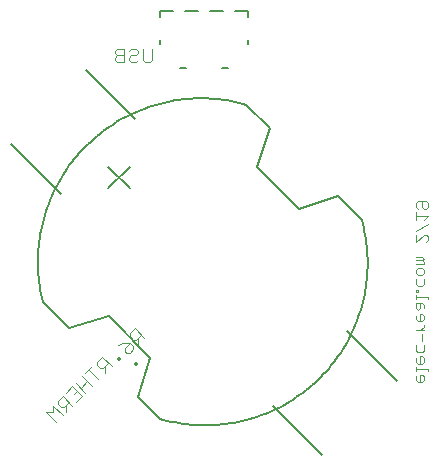
<source format=gbo>
G75*
%MOIN*%
%OFA0B0*%
%FSLAX25Y25*%
%IPPOS*%
%LPD*%
%AMOC8*
5,1,8,0,0,1.08239X$1,22.5*
%
%ADD10C,0.00300*%
%ADD11C,0.00500*%
%ADD12C,0.00400*%
%ADD13R,0.01181X0.01181*%
D10*
X0160850Y0052016D02*
X0160850Y0050781D01*
X0161467Y0050164D01*
X0162702Y0050164D01*
X0163319Y0050781D01*
X0163319Y0052016D01*
X0162702Y0052633D01*
X0162084Y0052633D01*
X0162084Y0050164D01*
X0164553Y0053847D02*
X0164553Y0054465D01*
X0160850Y0054465D01*
X0160850Y0055082D02*
X0160850Y0053847D01*
X0160850Y0058154D02*
X0160850Y0056920D01*
X0161467Y0056303D01*
X0162702Y0056303D01*
X0163319Y0056920D01*
X0163319Y0058154D01*
X0162702Y0058772D01*
X0162084Y0058772D01*
X0162084Y0056303D01*
X0163319Y0062455D02*
X0163319Y0060603D01*
X0162702Y0059986D01*
X0161467Y0059986D01*
X0160850Y0060603D01*
X0160850Y0062455D01*
X0162702Y0063669D02*
X0162702Y0066138D01*
X0163319Y0067352D02*
X0160850Y0067352D01*
X0162084Y0067352D02*
X0163319Y0068587D01*
X0163319Y0069204D01*
X0160850Y0072273D02*
X0160850Y0071039D01*
X0161467Y0070421D01*
X0162702Y0070421D01*
X0163319Y0071039D01*
X0163319Y0072273D01*
X0162702Y0072890D01*
X0162084Y0072890D01*
X0162084Y0070421D01*
X0163319Y0074722D02*
X0163319Y0075956D01*
X0162702Y0076573D01*
X0160850Y0076573D01*
X0160850Y0074722D01*
X0161467Y0074105D01*
X0162084Y0074722D01*
X0162084Y0076573D01*
X0164553Y0077788D02*
X0164553Y0078405D01*
X0160850Y0078405D01*
X0160850Y0077788D02*
X0160850Y0079022D01*
X0160850Y0080243D02*
X0161467Y0080243D01*
X0161467Y0080860D01*
X0160850Y0080860D01*
X0160850Y0080243D01*
X0163319Y0084554D02*
X0163319Y0082702D01*
X0162702Y0082085D01*
X0161467Y0082085D01*
X0160850Y0082702D01*
X0160850Y0084554D01*
X0160850Y0086385D02*
X0160850Y0087620D01*
X0161467Y0088237D01*
X0162702Y0088237D01*
X0163319Y0087620D01*
X0163319Y0086385D01*
X0162702Y0085768D01*
X0161467Y0085768D01*
X0160850Y0086385D01*
X0160850Y0089451D02*
X0163319Y0089451D01*
X0163319Y0090068D01*
X0162702Y0090685D01*
X0160850Y0090685D01*
X0162702Y0090685D02*
X0163319Y0091303D01*
X0162702Y0091920D01*
X0160850Y0091920D01*
X0160850Y0099286D02*
X0160850Y0096817D01*
X0163319Y0099286D01*
X0163936Y0099286D01*
X0164553Y0098669D01*
X0164553Y0097435D01*
X0163936Y0096817D01*
X0160850Y0100501D02*
X0164553Y0102969D01*
X0163319Y0104184D02*
X0164553Y0105418D01*
X0160850Y0105418D01*
X0160850Y0104184D02*
X0160850Y0106652D01*
X0161467Y0107867D02*
X0160850Y0108484D01*
X0160850Y0109718D01*
X0161467Y0110336D01*
X0163936Y0110336D01*
X0164553Y0109718D01*
X0164553Y0108484D01*
X0163936Y0107867D01*
X0163319Y0107867D01*
X0162702Y0108484D01*
X0162702Y0110336D01*
D11*
X0104764Y0171740D02*
X0104764Y0173709D01*
X0100335Y0173709D01*
X0096398Y0173709D02*
X0091969Y0173709D01*
X0088031Y0173709D02*
X0083602Y0173709D01*
X0079665Y0173709D02*
X0075236Y0173709D01*
X0075236Y0171740D01*
X0104764Y0164260D02*
X0104764Y0162685D01*
X0075236Y0162685D02*
X0075236Y0164260D01*
X0095906Y0154811D02*
X0098071Y0154811D01*
X0084094Y0154811D02*
X0081929Y0154811D01*
X0137771Y0067061D02*
X0154224Y0050608D01*
X0129392Y0025776D02*
X0112939Y0042229D01*
X0067061Y0137771D02*
X0050608Y0154224D01*
X0025776Y0129392D02*
X0042229Y0112939D01*
X0107817Y0121736D02*
X0121736Y0107817D01*
X0072183Y0058264D02*
X0058264Y0072183D01*
X0107817Y0121736D02*
X0111993Y0134821D01*
X0121736Y0107817D02*
X0134821Y0111993D01*
X0111993Y0134821D02*
X0104198Y0142615D01*
X0134821Y0111993D02*
X0142615Y0104198D01*
X0058264Y0072183D02*
X0045179Y0068007D01*
X0072183Y0058264D02*
X0068007Y0045179D01*
X0075245Y0037941D01*
X0045179Y0068007D02*
X0036271Y0076916D01*
X0075245Y0037942D02*
X0076518Y0037584D01*
X0077798Y0037258D01*
X0079086Y0036963D01*
X0080381Y0036699D01*
X0081682Y0036468D01*
X0082988Y0036268D01*
X0084299Y0036100D01*
X0085613Y0035964D01*
X0086930Y0035861D01*
X0088250Y0035789D01*
X0089571Y0035750D01*
X0090892Y0035743D01*
X0092213Y0035769D01*
X0093533Y0035827D01*
X0094852Y0035917D01*
X0096167Y0036039D01*
X0097480Y0036193D01*
X0098788Y0036380D01*
X0100091Y0036598D01*
X0101389Y0036848D01*
X0102680Y0037130D01*
X0103963Y0037443D01*
X0105239Y0037787D01*
X0106506Y0038163D01*
X0107763Y0038569D01*
X0109010Y0039006D01*
X0110246Y0039474D01*
X0111470Y0039971D01*
X0112682Y0040498D01*
X0113880Y0041055D01*
X0115065Y0041641D01*
X0116235Y0042255D01*
X0117389Y0042898D01*
X0118527Y0043569D01*
X0119649Y0044268D01*
X0120753Y0044994D01*
X0121839Y0045746D01*
X0122907Y0046525D01*
X0123955Y0047330D01*
X0124983Y0048160D01*
X0125990Y0049015D01*
X0126977Y0049894D01*
X0127941Y0050798D01*
X0128883Y0051724D01*
X0129802Y0052673D01*
X0130698Y0053645D01*
X0131570Y0054638D01*
X0132417Y0055652D01*
X0133239Y0056687D01*
X0134036Y0057741D01*
X0134806Y0058814D01*
X0135550Y0059906D01*
X0136268Y0061016D01*
X0136957Y0062143D01*
X0137620Y0063287D01*
X0138253Y0064446D01*
X0138859Y0065620D01*
X0139435Y0066809D01*
X0139983Y0068012D01*
X0140501Y0069228D01*
X0140988Y0070456D01*
X0141446Y0071695D01*
X0141873Y0072946D01*
X0142270Y0074206D01*
X0142636Y0075476D01*
X0142970Y0076754D01*
X0143273Y0078041D01*
X0143545Y0079334D01*
X0143785Y0080633D01*
X0143993Y0081938D01*
X0144169Y0083248D01*
X0144314Y0084561D01*
X0144426Y0085878D01*
X0144505Y0087197D01*
X0144553Y0088517D01*
X0144568Y0089838D01*
X0144551Y0091160D01*
X0144502Y0092480D01*
X0144420Y0093799D01*
X0144306Y0095116D01*
X0144160Y0096429D01*
X0143982Y0097738D01*
X0143772Y0099043D01*
X0143530Y0100342D01*
X0143257Y0101635D01*
X0142952Y0102920D01*
X0142615Y0104198D01*
X0104198Y0142616D02*
X0102916Y0142964D01*
X0101626Y0143280D01*
X0100329Y0143565D01*
X0099025Y0143818D01*
X0097716Y0144040D01*
X0096402Y0144230D01*
X0095083Y0144388D01*
X0093761Y0144513D01*
X0092436Y0144606D01*
X0091110Y0144668D01*
X0089782Y0144696D01*
X0088454Y0144693D01*
X0087126Y0144657D01*
X0085800Y0144589D01*
X0084476Y0144489D01*
X0083154Y0144357D01*
X0081837Y0144192D01*
X0080523Y0143996D01*
X0079215Y0143767D01*
X0077913Y0143507D01*
X0076617Y0143215D01*
X0075329Y0142892D01*
X0074049Y0142538D01*
X0072778Y0142152D01*
X0071517Y0141736D01*
X0070266Y0141289D01*
X0069027Y0140812D01*
X0067800Y0140305D01*
X0066585Y0139769D01*
X0065384Y0139203D01*
X0064196Y0138607D01*
X0063024Y0137983D01*
X0061867Y0137331D01*
X0060726Y0136651D01*
X0059603Y0135943D01*
X0058496Y0135209D01*
X0057408Y0134447D01*
X0056339Y0133659D01*
X0055290Y0132846D01*
X0054260Y0132007D01*
X0053251Y0131144D01*
X0052263Y0130256D01*
X0051298Y0129344D01*
X0050354Y0128409D01*
X0049434Y0127452D01*
X0048537Y0126472D01*
X0047665Y0125471D01*
X0046817Y0124449D01*
X0045994Y0123407D01*
X0045197Y0122345D01*
X0044425Y0121264D01*
X0043681Y0120164D01*
X0042963Y0119047D01*
X0042272Y0117912D01*
X0041610Y0116761D01*
X0040975Y0115595D01*
X0040370Y0114413D01*
X0039793Y0113217D01*
X0039245Y0112007D01*
X0038727Y0110784D01*
X0038239Y0109549D01*
X0037781Y0108302D01*
X0037353Y0107045D01*
X0036956Y0105778D01*
X0036590Y0104501D01*
X0036256Y0103216D01*
X0035952Y0101923D01*
X0035680Y0100623D01*
X0035440Y0099317D01*
X0035232Y0098005D01*
X0035056Y0096689D01*
X0034911Y0095369D01*
X0034799Y0094046D01*
X0034719Y0092720D01*
X0034671Y0091393D01*
X0034656Y0090065D01*
X0034673Y0088737D01*
X0034722Y0087410D01*
X0034804Y0086084D01*
X0034917Y0084761D01*
X0035063Y0083441D01*
X0035241Y0082125D01*
X0035451Y0080814D01*
X0035692Y0079508D01*
X0035966Y0078208D01*
X0036271Y0076916D01*
X0065251Y0114749D02*
X0058180Y0121820D01*
X0065251Y0121820D02*
X0058180Y0114749D01*
D12*
X0072712Y0161304D02*
X0072712Y0157467D01*
X0071944Y0156700D01*
X0070410Y0156700D01*
X0069643Y0157467D01*
X0069643Y0161304D01*
X0065039Y0160537D02*
X0065806Y0161304D01*
X0067341Y0161304D01*
X0068108Y0160537D01*
X0068108Y0159769D01*
X0067341Y0159002D01*
X0065806Y0159002D01*
X0065039Y0158235D01*
X0065039Y0157467D01*
X0065806Y0156700D01*
X0067341Y0156700D01*
X0068108Y0157467D01*
X0063504Y0156700D02*
X0063504Y0161304D01*
X0061202Y0161304D01*
X0060435Y0160537D01*
X0060435Y0159769D01*
X0061202Y0159002D01*
X0060435Y0158235D01*
X0060435Y0157467D01*
X0061202Y0156700D01*
X0063504Y0156700D01*
X0063504Y0159002D02*
X0061202Y0159002D01*
X0070177Y0064808D02*
X0066922Y0068063D01*
X0065294Y0066435D01*
X0065294Y0065350D01*
X0066379Y0064265D01*
X0067465Y0064265D01*
X0069092Y0065893D01*
X0068007Y0064808D02*
X0068007Y0062637D01*
X0061496Y0062637D02*
X0063124Y0063180D01*
X0065294Y0063180D01*
X0066379Y0062095D01*
X0066379Y0061010D01*
X0065294Y0059924D01*
X0064209Y0059924D01*
X0063667Y0060467D01*
X0063667Y0061552D01*
X0065294Y0063180D01*
X0059212Y0055324D02*
X0055957Y0058580D01*
X0054329Y0056952D01*
X0054329Y0055867D01*
X0055414Y0054782D01*
X0056499Y0054782D01*
X0058127Y0056409D01*
X0057042Y0055324D02*
X0057042Y0053154D01*
X0054872Y0050983D02*
X0051616Y0054239D01*
X0052701Y0055324D02*
X0050531Y0053154D01*
X0049446Y0052069D02*
X0052701Y0048813D01*
X0051074Y0050441D02*
X0048903Y0048271D01*
X0047276Y0049898D02*
X0050531Y0046643D01*
X0044020Y0046643D02*
X0046190Y0048813D01*
X0049446Y0045558D01*
X0047276Y0043387D01*
X0046733Y0046100D02*
X0047818Y0047185D01*
X0046190Y0042302D02*
X0042935Y0045558D01*
X0041307Y0043930D01*
X0041307Y0042845D01*
X0042392Y0041760D01*
X0043478Y0041760D01*
X0045105Y0043387D01*
X0044020Y0042302D02*
X0044020Y0040132D01*
X0042935Y0039047D02*
X0039680Y0042302D01*
X0039680Y0040132D01*
X0037509Y0040132D01*
X0040765Y0036876D01*
D13*
G36*
X0060725Y0057859D02*
X0061559Y0058693D01*
X0062393Y0057859D01*
X0061559Y0057025D01*
X0060725Y0057859D01*
G37*
G36*
X0066678Y0056171D02*
X0067512Y0057005D01*
X0068346Y0056171D01*
X0067512Y0055337D01*
X0066678Y0056171D01*
G37*
M02*

</source>
